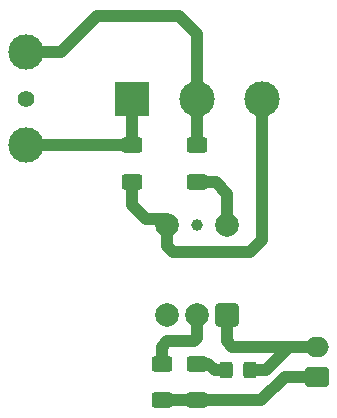
<source format=gbr>
%TF.GenerationSoftware,KiCad,Pcbnew,9.0.4-79-g0226481156*%
%TF.CreationDate,2025-12-01T17:23:27-03:00*%
%TF.ProjectId,Rele,52656c65-2e6b-4696-9361-645f70636258,rev?*%
%TF.SameCoordinates,Original*%
%TF.FileFunction,Copper,L1,Top*%
%TF.FilePolarity,Positive*%
%FSLAX46Y46*%
G04 Gerber Fmt 4.6, Leading zero omitted, Abs format (unit mm)*
G04 Created by KiCad (PCBNEW 9.0.4-79-g0226481156) date 2025-12-01 17:23:27*
%MOMM*%
%LPD*%
G01*
G04 APERTURE LIST*
G04 Aperture macros list*
%AMRoundRect*
0 Rectangle with rounded corners*
0 $1 Rounding radius*
0 $2 $3 $4 $5 $6 $7 $8 $9 X,Y pos of 4 corners*
0 Add a 4 corners polygon primitive as box body*
4,1,4,$2,$3,$4,$5,$6,$7,$8,$9,$2,$3,0*
0 Add four circle primitives for the rounded corners*
1,1,$1+$1,$2,$3*
1,1,$1+$1,$4,$5*
1,1,$1+$1,$6,$7*
1,1,$1+$1,$8,$9*
0 Add four rect primitives between the rounded corners*
20,1,$1+$1,$2,$3,$4,$5,0*
20,1,$1+$1,$4,$5,$6,$7,0*
20,1,$1+$1,$6,$7,$8,$9,0*
20,1,$1+$1,$8,$9,$2,$3,0*%
G04 Aperture macros list end*
%TA.AperFunction,SMDPad,CuDef*%
%ADD10RoundRect,0.250000X0.625000X-0.400000X0.625000X0.400000X-0.625000X0.400000X-0.625000X-0.400000X0*%
%TD*%
%TA.AperFunction,ComponentPad*%
%ADD11C,1.000000*%
%TD*%
%TA.AperFunction,ComponentPad*%
%ADD12RoundRect,0.312500X0.687500X-0.687500X0.687500X0.687500X-0.687500X0.687500X-0.687500X-0.687500X0*%
%TD*%
%TA.AperFunction,ComponentPad*%
%ADD13C,2.000000*%
%TD*%
%TA.AperFunction,ComponentPad*%
%ADD14C,3.000000*%
%TD*%
%TA.AperFunction,SMDPad,CuDef*%
%ADD15RoundRect,0.250000X-0.625000X0.400000X-0.625000X-0.400000X0.625000X-0.400000X0.625000X0.400000X0*%
%TD*%
%TA.AperFunction,SMDPad,CuDef*%
%ADD16RoundRect,0.250000X-0.325000X-0.450000X0.325000X-0.450000X0.325000X0.450000X-0.325000X0.450000X0*%
%TD*%
%TA.AperFunction,ComponentPad*%
%ADD17R,3.000000X3.000000*%
%TD*%
%TA.AperFunction,ComponentPad*%
%ADD18RoundRect,0.250000X0.750000X-0.600000X0.750000X0.600000X-0.750000X0.600000X-0.750000X-0.600000X0*%
%TD*%
%TA.AperFunction,ComponentPad*%
%ADD19O,2.000000X1.700000*%
%TD*%
%TA.AperFunction,ComponentPad*%
%ADD20C,1.400000*%
%TD*%
%TA.AperFunction,Conductor*%
%ADD21C,1.000000*%
%TD*%
%TA.AperFunction,Conductor*%
%ADD22C,0.600000*%
%TD*%
%TA.AperFunction,Conductor*%
%ADD23C,0.200000*%
%TD*%
G04 APERTURE END LIST*
D10*
%TO.P,R2,1*%
%TO.N,Net-(Q1-G)*%
X166000000Y-55050000D03*
%TO.P,R2,2*%
%TO.N,/NEUTRAL*%
X166000000Y-51950000D03*
%TD*%
D11*
%TO.P,U1,5,NC*%
%TO.N,unconnected-(U1-NC-Pad5)*%
X171500000Y-58685000D03*
D12*
%TO.P,U1,1*%
%TO.N,Net-(D2-A)*%
X174040000Y-66305000D03*
D13*
%TO.P,U1,2*%
%TO.N,Net-(R3-Pad2)*%
X171500000Y-66305000D03*
%TO.P,U1,3,NC*%
%TO.N,unconnected-(U1-NC-Pad3)*%
X168960000Y-66305000D03*
%TO.P,U1,4*%
%TO.N,Net-(Q1-G)*%
X168960000Y-58685000D03*
%TO.P,U1,6*%
%TO.N,Net-(R1-Pad1)*%
X174040000Y-58685000D03*
%TD*%
D10*
%TO.P,R1,1*%
%TO.N,Net-(R1-Pad1)*%
X171500000Y-55050000D03*
%TO.P,R1,2*%
%TO.N,/HOT*%
X171500000Y-51950000D03*
%TD*%
D14*
%TO.P,,3,G*%
%TO.N,Net-(Q1-G)*%
X177000000Y-48000000D03*
%TD*%
D10*
%TO.P,R3,2*%
%TO.N,Net-(R3-Pad2)*%
X168500000Y-70450000D03*
%TO.P,R3,1*%
%TO.N,GND*%
X168500000Y-73550000D03*
%TD*%
D15*
%TO.P,R5,2*%
%TO.N,GND*%
X171500000Y-73550000D03*
%TO.P,R5,1*%
%TO.N,Net-(D2-K)*%
X171500000Y-70450000D03*
%TD*%
D16*
%TO.P,D2,2,A*%
%TO.N,Net-(D2-A)*%
X176025000Y-71000000D03*
%TO.P,D2,1,K*%
%TO.N,Net-(D2-K)*%
X173975000Y-71000000D03*
%TD*%
D17*
%TO.P,,1,A1*%
%TO.N,/NEUTRAL*%
X166000000Y-48000000D03*
%TD*%
D18*
%TO.P,J2,1,Pin_1*%
%TO.N,GND*%
X181696362Y-71559353D03*
D19*
%TO.P,J2,2,Pin_2*%
%TO.N,Net-(D2-A)*%
X181696362Y-69059353D03*
%TD*%
D20*
%TO.P,J3,2,Pin_2*%
%TO.N,unconnected-(J3-Pin_2-Pad2)*%
X157000000Y-48000000D03*
D14*
%TO.P,J3,1,Pin_1*%
%TO.N,/HOT*%
X157000000Y-44040000D03*
%TO.P,J3,3,Pin_3*%
%TO.N,/NEUTRAL*%
X157000000Y-51960000D03*
%TD*%
%TO.P,,2,A2*%
%TO.N,/HOT*%
X171504050Y-48000000D03*
%TD*%
D21*
%TO.N,Net-(D2-A)*%
X179500000Y-69000000D02*
X174500000Y-69000000D01*
X174500000Y-69000000D02*
X174040000Y-68540000D01*
X174040000Y-68540000D02*
X174040000Y-66305000D01*
%TO.N,Net-(R3-Pad2)*%
X168500000Y-69000000D02*
X168500000Y-70450000D01*
X169000000Y-68500000D02*
X168500000Y-69000000D01*
X171250000Y-68500000D02*
X169000000Y-68500000D01*
X171500000Y-68250000D02*
X171250000Y-68500000D01*
X171500000Y-66305000D02*
X171500000Y-68250000D01*
%TO.N,Net-(Q1-G)*%
X169500000Y-61000000D02*
X176000000Y-61000000D01*
X169000000Y-60500000D02*
X169500000Y-61000000D01*
X167185000Y-58185000D02*
X169000000Y-58185000D01*
X176000000Y-61000000D02*
X177000000Y-60000000D01*
X166000000Y-57000000D02*
X167185000Y-58185000D01*
X177000000Y-60000000D02*
X177000000Y-48000000D01*
X166000000Y-55100000D02*
X166000000Y-57000000D01*
X169000000Y-58185000D02*
X169000000Y-60500000D01*
%TO.N,Net-(D2-A)*%
X180000000Y-69000000D02*
X181000000Y-69000000D01*
X177310485Y-71000000D02*
X176025000Y-71000000D01*
%TO.N,GND*%
X176950000Y-73550000D02*
X171500000Y-73550000D01*
%TO.N,Net-(D2-K)*%
X173000000Y-71000000D02*
X173975000Y-71000000D01*
X172450000Y-70450000D02*
X173000000Y-71000000D01*
%TO.N,/HOT*%
X163000000Y-41000000D02*
X159960000Y-44040000D01*
D22*
%TO.N,/NEUTRAL*%
X166000000Y-52000000D02*
X165000000Y-52000000D01*
D21*
%TO.N,Net-(R1-Pad1)*%
X174080000Y-58185000D02*
X174080000Y-56080000D01*
%TO.N,/HOT*%
X159960000Y-44040000D02*
X157000000Y-44040000D01*
X171506180Y-49948080D02*
X171506180Y-52000000D01*
X171504050Y-48000000D02*
X171504050Y-42504050D01*
%TO.N,/NEUTRAL*%
X164960000Y-51960000D02*
X157000000Y-51960000D01*
%TO.N,Net-(R1-Pad1)*%
X174080000Y-56080000D02*
X173100000Y-55100000D01*
%TO.N,Net-(D2-A)*%
X179310485Y-69000000D02*
X177310485Y-71000000D01*
D22*
%TO.N,/NEUTRAL*%
X165000000Y-52000000D02*
X164960000Y-51960000D01*
%TO.N,/HOT*%
X171437596Y-48066454D02*
X171504050Y-48000000D01*
D23*
%TO.N,Net-(R1-Pad1)*%
X173912500Y-58097500D02*
X174000000Y-58185000D01*
D21*
%TO.N,GND*%
X178953277Y-71546723D02*
X176950000Y-73550000D01*
D22*
%TO.N,/HOT*%
X171504050Y-49945950D02*
X171506180Y-49948080D01*
D21*
%TO.N,GND*%
X171500000Y-73550000D02*
X168500000Y-73550000D01*
%TO.N,/HOT*%
X171504050Y-42504050D02*
X170000000Y-41000000D01*
%TO.N,Net-(D2-K)*%
X171500000Y-70450000D02*
X172450000Y-70450000D01*
%TO.N,Net-(D2-A)*%
X179500000Y-69000000D02*
X180000000Y-69000000D01*
%TO.N,/HOT*%
X171504050Y-48000000D02*
X171504050Y-49945950D01*
%TO.N,/NEUTRAL*%
X166000000Y-48000000D02*
X166000000Y-52000000D01*
D22*
%TO.N,Net-(D2-A)*%
X174080000Y-66080000D02*
X174080000Y-65805000D01*
D21*
%TO.N,GND*%
X180999341Y-71546723D02*
X178953277Y-71546723D01*
%TO.N,Net-(D2-A)*%
X179310485Y-69000000D02*
X179500000Y-69000000D01*
%TO.N,Net-(R1-Pad1)*%
X173100000Y-55100000D02*
X171506180Y-55100000D01*
%TO.N,/HOT*%
X170000000Y-41000000D02*
X163000000Y-41000000D01*
%TO.N,Net-(D2-A)*%
X180000000Y-69000000D02*
X179310485Y-69000000D01*
%TD*%
M02*

</source>
